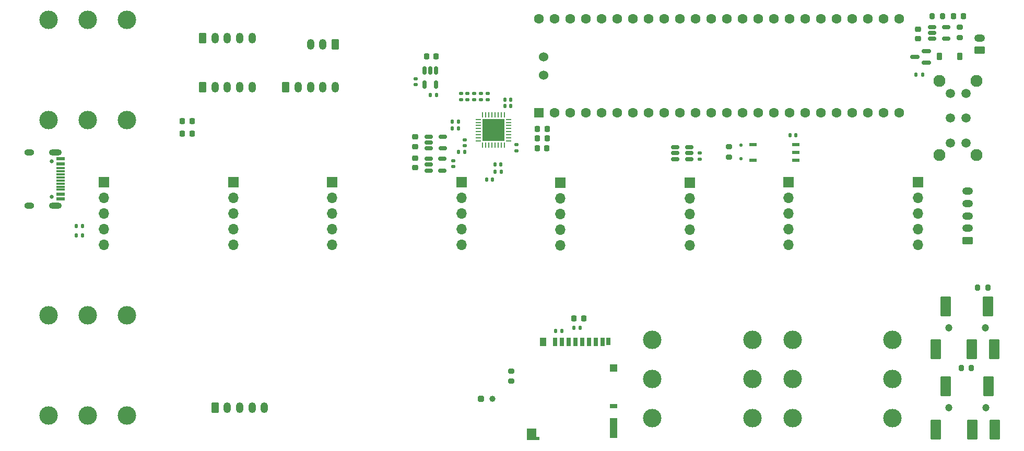
<source format=gts>
%TF.GenerationSoftware,KiCad,Pcbnew,8.0.0*%
%TF.CreationDate,2024-12-30T19:36:06+01:00*%
%TF.ProjectId,teensyAudioMidi,7465656e-7379-4417-9564-696f4d696469,rev?*%
%TF.SameCoordinates,Original*%
%TF.FileFunction,Soldermask,Top*%
%TF.FilePolarity,Negative*%
%FSLAX46Y46*%
G04 Gerber Fmt 4.6, Leading zero omitted, Abs format (unit mm)*
G04 Created by KiCad (PCBNEW 8.0.0) date 2024-12-30 19:36:06*
%MOMM*%
%LPD*%
G01*
G04 APERTURE LIST*
G04 Aperture macros list*
%AMRoundRect*
0 Rectangle with rounded corners*
0 $1 Rounding radius*
0 $2 $3 $4 $5 $6 $7 $8 $9 X,Y pos of 4 corners*
0 Add a 4 corners polygon primitive as box body*
4,1,4,$2,$3,$4,$5,$6,$7,$8,$9,$2,$3,0*
0 Add four circle primitives for the rounded corners*
1,1,$1+$1,$2,$3*
1,1,$1+$1,$4,$5*
1,1,$1+$1,$6,$7*
1,1,$1+$1,$8,$9*
0 Add four rect primitives between the rounded corners*
20,1,$1+$1,$2,$3,$4,$5,0*
20,1,$1+$1,$4,$5,$6,$7,0*
20,1,$1+$1,$6,$7,$8,$9,0*
20,1,$1+$1,$8,$9,$2,$3,0*%
%AMRotRect*
0 Rectangle, with rotation*
0 The origin of the aperture is its center*
0 $1 length*
0 $2 width*
0 $3 Rotation angle, in degrees counterclockwise*
0 Add horizontal line*
21,1,$1,$2,0,0,$3*%
G04 Aperture macros list end*
%ADD10O,1.700000X1.700000*%
%ADD11R,1.700000X1.700000*%
%ADD12RoundRect,0.225000X0.225000X0.375000X-0.225000X0.375000X-0.225000X-0.375000X0.225000X-0.375000X0*%
%ADD13RoundRect,0.250000X-0.250000X-0.250000X0.250000X-0.250000X0.250000X0.250000X-0.250000X0.250000X0*%
%ADD14C,1.000000*%
%ADD15RoundRect,0.140000X-0.140000X-0.170000X0.140000X-0.170000X0.140000X0.170000X-0.140000X0.170000X0*%
%ADD16RoundRect,0.200000X-0.275000X0.200000X-0.275000X-0.200000X0.275000X-0.200000X0.275000X0.200000X0*%
%ADD17RoundRect,0.140000X0.170000X-0.140000X0.170000X0.140000X-0.170000X0.140000X-0.170000X-0.140000X0*%
%ADD18RoundRect,0.135000X-0.135000X-0.185000X0.135000X-0.185000X0.135000X0.185000X-0.135000X0.185000X0*%
%ADD19RoundRect,0.250000X0.625000X-0.350000X0.625000X0.350000X-0.625000X0.350000X-0.625000X-0.350000X0*%
%ADD20O,1.750000X1.200000*%
%ADD21RoundRect,0.225000X0.225000X0.250000X-0.225000X0.250000X-0.225000X-0.250000X0.225000X-0.250000X0*%
%ADD22RoundRect,0.200000X-0.200000X-0.275000X0.200000X-0.275000X0.200000X0.275000X-0.200000X0.275000X0*%
%ADD23RoundRect,0.250000X-0.350000X-0.625000X0.350000X-0.625000X0.350000X0.625000X-0.350000X0.625000X0*%
%ADD24O,1.200000X1.750000*%
%ADD25C,0.650000*%
%ADD26R,1.450000X0.600000*%
%ADD27R,1.450000X0.300000*%
%ADD28O,2.100000X1.000000*%
%ADD29O,1.600000X1.000000*%
%ADD30RoundRect,0.135000X-0.185000X0.135000X-0.185000X-0.135000X0.185000X-0.135000X0.185000X0.135000X0*%
%ADD31RoundRect,0.225000X0.250000X-0.225000X0.250000X0.225000X-0.250000X0.225000X-0.250000X-0.225000X0*%
%ADD32RoundRect,0.140000X0.140000X0.170000X-0.140000X0.170000X-0.140000X-0.170000X0.140000X-0.170000X0*%
%ADD33RoundRect,0.140000X-0.170000X0.140000X-0.170000X-0.140000X0.170000X-0.140000X0.170000X0.140000X0*%
%ADD34RoundRect,0.150000X-0.512500X-0.150000X0.512500X-0.150000X0.512500X0.150000X-0.512500X0.150000X0*%
%ADD35RoundRect,0.225000X-0.225000X-0.250000X0.225000X-0.250000X0.225000X0.250000X-0.225000X0.250000X0*%
%ADD36RoundRect,0.250000X0.350000X0.625000X-0.350000X0.625000X-0.350000X-0.625000X0.350000X-0.625000X0*%
%ADD37C,3.000000*%
%ADD38RoundRect,0.218750X-0.218750X-0.256250X0.218750X-0.256250X0.218750X0.256250X-0.218750X0.256250X0*%
%ADD39RoundRect,0.150000X-0.150000X0.512500X-0.150000X-0.512500X0.150000X-0.512500X0.150000X0.512500X0*%
%ADD40RoundRect,0.200000X0.200000X0.275000X-0.200000X0.275000X-0.200000X-0.275000X0.200000X-0.275000X0*%
%ADD41RoundRect,0.225000X-0.250000X0.225000X-0.250000X-0.225000X0.250000X-0.225000X0.250000X0.225000X0*%
%ADD42RoundRect,0.135000X0.135000X0.185000X-0.135000X0.185000X-0.135000X-0.185000X0.135000X-0.185000X0*%
%ADD43RoundRect,0.150000X0.587500X0.150000X-0.587500X0.150000X-0.587500X-0.150000X0.587500X-0.150000X0*%
%ADD44RoundRect,0.125000X-0.125000X0.125000X-0.125000X-0.125000X0.125000X-0.125000X0.125000X0.125000X0*%
%ADD45RoundRect,0.062500X0.062500X-0.337500X0.062500X0.337500X-0.062500X0.337500X-0.062500X-0.337500X0*%
%ADD46RoundRect,0.062500X0.337500X-0.062500X0.337500X0.062500X-0.337500X0.062500X-0.337500X-0.062500X0*%
%ADD47R,3.600000X3.600000*%
%ADD48R,0.700000X1.400000*%
%ADD49R,0.700000X1.200000*%
%ADD50R,1.200000X0.800000*%
%ADD51R,1.500000X1.900000*%
%ADD52RotRect,0.200000X0.200000X45.000000*%
%ADD53R,0.500000X0.500000*%
%ADD54R,1.000000X1.400000*%
%ADD55R,1.200000X1.200000*%
%ADD56R,1.200000X3.200000*%
%ADD57RoundRect,0.200000X0.275000X-0.200000X0.275000X0.200000X-0.275000X0.200000X-0.275000X-0.200000X0*%
%ADD58C,1.524000*%
%ADD59R,1.600000X1.600000*%
%ADD60C,1.600000*%
%ADD61R,1.208024X0.466344*%
%ADD62RoundRect,0.102000X0.750000X1.500000X-0.750000X1.500000X-0.750000X-1.500000X0.750000X-1.500000X0*%
%ADD63C,1.200000*%
%ADD64C,1.950000*%
%ADD65C,1.500000*%
G04 APERTURE END LIST*
D10*
X66000000Y-63585051D03*
X45000000Y-63585000D03*
X66000000Y-61045051D03*
X45000000Y-61045000D03*
X66000000Y-58505051D03*
X45000000Y-58505000D03*
X66000000Y-55965051D03*
X45000000Y-55965000D03*
D11*
X66000000Y-53425051D03*
X45000000Y-53425000D03*
X82000000Y-53425000D03*
X103000000Y-53425051D03*
D10*
X82000000Y-55965000D03*
X103000000Y-55965051D03*
X82000000Y-58505000D03*
X103000000Y-58505051D03*
X82000000Y-61045000D03*
X103000000Y-61045051D03*
X82000000Y-63585000D03*
X103000000Y-63585051D03*
D11*
X119000000Y-53460000D03*
X140000000Y-53460051D03*
D10*
X119000000Y-56000000D03*
X140000000Y-56000051D03*
X119000000Y-58540000D03*
X140000000Y-58540051D03*
X119000000Y-61080000D03*
X140000000Y-61080051D03*
X119000000Y-63620000D03*
X140000000Y-63620051D03*
X177000000Y-63585051D03*
X156000000Y-63585000D03*
X177000000Y-61045051D03*
X156000000Y-61045000D03*
X177000000Y-58505051D03*
X156000000Y-58505000D03*
X177000000Y-55965051D03*
X156000000Y-55965000D03*
D11*
X177000000Y-53425051D03*
X156000000Y-53425000D03*
D12*
X180500000Y-33000000D03*
X183800000Y-33000000D03*
D13*
X106100000Y-88500000D03*
D14*
X108000000Y-88500000D03*
D15*
X102500000Y-48500000D03*
X103460000Y-48500000D03*
D16*
X111000000Y-84000000D03*
X111000000Y-85650000D03*
D17*
X95565000Y-37552500D03*
X95565000Y-36592500D03*
D18*
X101480000Y-43540000D03*
X102500000Y-43540000D03*
D19*
X185000000Y-62865836D03*
D20*
X185000000Y-60865836D03*
X185000000Y-58865836D03*
X185000000Y-56865836D03*
X185000000Y-54865836D03*
D21*
X59275000Y-43500000D03*
X57725000Y-43500000D03*
D22*
X186675000Y-70500000D03*
X188325000Y-70500000D03*
D23*
X63000000Y-90000000D03*
D24*
X65000000Y-90000000D03*
X67000000Y-90000000D03*
X69000000Y-90000000D03*
X71000000Y-90000000D03*
D21*
X116830000Y-47850000D03*
X115280000Y-47850000D03*
D25*
X36550000Y-49970000D03*
X36550000Y-55750000D03*
D26*
X37995000Y-49610000D03*
X37995000Y-50410000D03*
D27*
X37995000Y-51610000D03*
X37995000Y-52610000D03*
X37995000Y-53110000D03*
X37995000Y-54110000D03*
D26*
X37995000Y-55310000D03*
X37995000Y-56110000D03*
X37995000Y-56110000D03*
X37995000Y-55310000D03*
D27*
X37995000Y-54610000D03*
X37995000Y-53610000D03*
X37995000Y-52110000D03*
X37995000Y-51110000D03*
D26*
X37995000Y-50410000D03*
X37995000Y-49610000D03*
D28*
X37080000Y-48540000D03*
D29*
X32900000Y-48540000D03*
D28*
X37080000Y-57180000D03*
D29*
X32900000Y-57180000D03*
D30*
X103920000Y-39000000D03*
X103920000Y-40020000D03*
D31*
X177030000Y-30110000D03*
X177030000Y-28560000D03*
D23*
X61000000Y-38000000D03*
D24*
X63000000Y-38000000D03*
X65000000Y-38000000D03*
X67000000Y-38000000D03*
X69000000Y-38000000D03*
D18*
X101480000Y-44680000D03*
X102500000Y-44680000D03*
D32*
X122180000Y-77020000D03*
X121220000Y-77020000D03*
D33*
X101617500Y-50870000D03*
X101617500Y-49910000D03*
D34*
X137632500Y-47740000D03*
X137632500Y-48690000D03*
X137632500Y-49640000D03*
X139907500Y-49640000D03*
X139907500Y-48690000D03*
X139907500Y-47740000D03*
D15*
X110020000Y-40000000D03*
X110980000Y-40000000D03*
D34*
X97620920Y-49585520D03*
X97620920Y-50535520D03*
X97620920Y-51485520D03*
X99895920Y-51485520D03*
X99895920Y-49585520D03*
D21*
X116845000Y-46310000D03*
X115295000Y-46310000D03*
D35*
X121225000Y-75500000D03*
X122775000Y-75500000D03*
D30*
X106140000Y-39000000D03*
X106140000Y-40020000D03*
X107230000Y-39000000D03*
X107230000Y-40020000D03*
D36*
X82500000Y-31000000D03*
D24*
X80500000Y-31000000D03*
X78500000Y-31000000D03*
D33*
X111900000Y-47320000D03*
X111900000Y-48280000D03*
D34*
X179255000Y-28205000D03*
X179255000Y-29155000D03*
X179255000Y-30105000D03*
X181530000Y-30105000D03*
X181530000Y-28205000D03*
D37*
X133890000Y-79000000D03*
X150120000Y-79000000D03*
X133890000Y-91700000D03*
X150120000Y-91700000D03*
X133890000Y-85350000D03*
X150120000Y-85350000D03*
D15*
X156210000Y-45760000D03*
X157170000Y-45760000D03*
D38*
X182742500Y-26460000D03*
X184317500Y-26460000D03*
D18*
X40500000Y-60500000D03*
X41520000Y-60500000D03*
D39*
X98880000Y-35285000D03*
X97930000Y-35285000D03*
X96980000Y-35285000D03*
X96980000Y-37560000D03*
X98880000Y-37560000D03*
D40*
X185650000Y-83500000D03*
X184000000Y-83500000D03*
D18*
X40500000Y-62000000D03*
X41520000Y-62000000D03*
D21*
X116840000Y-44790000D03*
X115290000Y-44790000D03*
D37*
X42331020Y-43307339D03*
X42331020Y-27077339D03*
X35981020Y-43307339D03*
X35981020Y-27077339D03*
X48681020Y-43307339D03*
X48681020Y-27077339D03*
D41*
X95450000Y-47600000D03*
X95450000Y-46050000D03*
D21*
X59275000Y-45500000D03*
X57725000Y-45500000D03*
D42*
X119240000Y-77500000D03*
X118220000Y-77500000D03*
D33*
X141567500Y-49650000D03*
X141567500Y-48690000D03*
D43*
X176500000Y-33055000D03*
X178375000Y-32105000D03*
X178375000Y-34005000D03*
D19*
X187000000Y-32000000D03*
D20*
X187000000Y-30000000D03*
D30*
X102870000Y-39000000D03*
X102870000Y-40020000D03*
D34*
X99907500Y-46000000D03*
X99907500Y-47900000D03*
X97632500Y-47900000D03*
X97632500Y-46950000D03*
X97632500Y-46000000D03*
D30*
X105050000Y-39000000D03*
X105050000Y-40020000D03*
D44*
X148276528Y-47347164D03*
X148276528Y-49547164D03*
D18*
X177710000Y-35920000D03*
X176690000Y-35920000D03*
D40*
X180965000Y-26460000D03*
X179315000Y-26460000D03*
D23*
X74500000Y-38000000D03*
D24*
X76500000Y-38000000D03*
X78500000Y-38000000D03*
X80500000Y-38000000D03*
X82500000Y-38000000D03*
D21*
X98880000Y-33022500D03*
X97330000Y-33022500D03*
D41*
X95443778Y-49508225D03*
X95443778Y-51058225D03*
D45*
X106410000Y-47400000D03*
X106910000Y-47400000D03*
X107410000Y-47400000D03*
X107910000Y-47400000D03*
X108410000Y-47400000D03*
X108910000Y-47400000D03*
X109410000Y-47400000D03*
X109910000Y-47400000D03*
D46*
X110610000Y-46700000D03*
X110610000Y-46200000D03*
X110610000Y-45700000D03*
X110610000Y-45200000D03*
X110610000Y-44700000D03*
X110610000Y-44200000D03*
X110610000Y-43700000D03*
X110610000Y-43200000D03*
D45*
X109910000Y-42500000D03*
X109410000Y-42500000D03*
X108910000Y-42500000D03*
X108410000Y-42500000D03*
X107910000Y-42500000D03*
X107410000Y-42500000D03*
X106910000Y-42500000D03*
X106410000Y-42500000D03*
D46*
X105710000Y-43200000D03*
X105710000Y-43700000D03*
X105710000Y-44200000D03*
X105710000Y-44700000D03*
X105710000Y-45200000D03*
X105710000Y-45700000D03*
X105710000Y-46200000D03*
X105710000Y-46700000D03*
D47*
X108160000Y-44950000D03*
D48*
X118125000Y-79300000D03*
X119225000Y-79300000D03*
X120325000Y-79300000D03*
X121425000Y-79300000D03*
X122525000Y-79300000D03*
X123625000Y-79300000D03*
X124725000Y-79300000D03*
X125825000Y-79300000D03*
D49*
X126775000Y-79200000D03*
D50*
X127625000Y-89700000D03*
D51*
X114325000Y-94300000D03*
D52*
X115075000Y-94750000D03*
D53*
X115325000Y-95000000D03*
D54*
X116225000Y-79300000D03*
D55*
X127625000Y-83500000D03*
D56*
X127625000Y-93300000D03*
D15*
X110020000Y-41000000D03*
X110980000Y-41000000D03*
D57*
X183770000Y-29900000D03*
X183770000Y-28250000D03*
D15*
X108400000Y-50520000D03*
X109360000Y-50520000D03*
D37*
X172875000Y-85350000D03*
X156645000Y-85350000D03*
X172875000Y-91700000D03*
X156645000Y-91700000D03*
X172875000Y-79000000D03*
X156645000Y-79000000D03*
D33*
X103500000Y-47460000D03*
X103500000Y-46500000D03*
D23*
X61000000Y-30000000D03*
D24*
X63000000Y-30000000D03*
X65000000Y-30000000D03*
X67000000Y-30000000D03*
X69000000Y-30000000D03*
D32*
X98895000Y-39232500D03*
X97935000Y-39232500D03*
D15*
X107040000Y-53000000D03*
X108000000Y-53000000D03*
D16*
X146340000Y-47635000D03*
X146340000Y-49285000D03*
D15*
X108440000Y-51680000D03*
X109400000Y-51680000D03*
D37*
X42350000Y-91230000D03*
X42350000Y-75000000D03*
X36000000Y-91230000D03*
X36000000Y-75000000D03*
X48700000Y-91230000D03*
X48700000Y-75000000D03*
D58*
X116270000Y-36030000D03*
X116270000Y-33030000D03*
D59*
X115560000Y-42150000D03*
D60*
X118100000Y-42150000D03*
X120640000Y-42150000D03*
X123180000Y-42150000D03*
X125720000Y-42150000D03*
X128260000Y-42150000D03*
X130800000Y-42150000D03*
X133340000Y-42150000D03*
X135880000Y-42150000D03*
X138420000Y-42150000D03*
X140960000Y-42150000D03*
X143500000Y-42150000D03*
X146040000Y-42150000D03*
X148580000Y-42150000D03*
X151120000Y-42150000D03*
X153660000Y-42150000D03*
X156200000Y-42150000D03*
X158740000Y-42150000D03*
X161280000Y-42150000D03*
X163820000Y-42150000D03*
X166360000Y-42150000D03*
X168900000Y-42150000D03*
X171440000Y-42150000D03*
X173980000Y-42150000D03*
X173980000Y-26910000D03*
X171440000Y-26910000D03*
X168900000Y-26910000D03*
X166360000Y-26910000D03*
X163820000Y-26910000D03*
X161280000Y-26910000D03*
X158740000Y-26910000D03*
X156200000Y-26910000D03*
X153660000Y-26910000D03*
X151120000Y-26910000D03*
X148580000Y-26910000D03*
X146040000Y-26910000D03*
X143500000Y-26910000D03*
X140960000Y-26910000D03*
X138420000Y-26910000D03*
X135880000Y-26910000D03*
X133340000Y-26910000D03*
X130800000Y-26910000D03*
X128260000Y-26910000D03*
X125720000Y-26910000D03*
X123180000Y-26910000D03*
X120640000Y-26910000D03*
X118100000Y-26910000D03*
X115560000Y-26910000D03*
D61*
X150276600Y-47320000D03*
X150276600Y-49860000D03*
X157160000Y-49860000D03*
X157160000Y-48590000D03*
X157160000Y-47320000D03*
D62*
X179850000Y-80500000D03*
X189350000Y-80500000D03*
X185750000Y-80500000D03*
X181450000Y-73500000D03*
X188350000Y-73500000D03*
D63*
X181950000Y-77000000D03*
X187950000Y-77000000D03*
D62*
X179900000Y-93500000D03*
X189400000Y-93500000D03*
X185800000Y-93500000D03*
X181500000Y-86500000D03*
X188400000Y-86500000D03*
D63*
X182000000Y-90000000D03*
X188000000Y-90000000D03*
D64*
X180500000Y-37000000D03*
X186500000Y-37000000D03*
X180500000Y-49000000D03*
X186500000Y-49000000D03*
D65*
X182250000Y-47000000D03*
X182250000Y-43000000D03*
X182250000Y-39000000D03*
X184750000Y-39000000D03*
X184750000Y-43000000D03*
X184750000Y-47000000D03*
M02*

</source>
